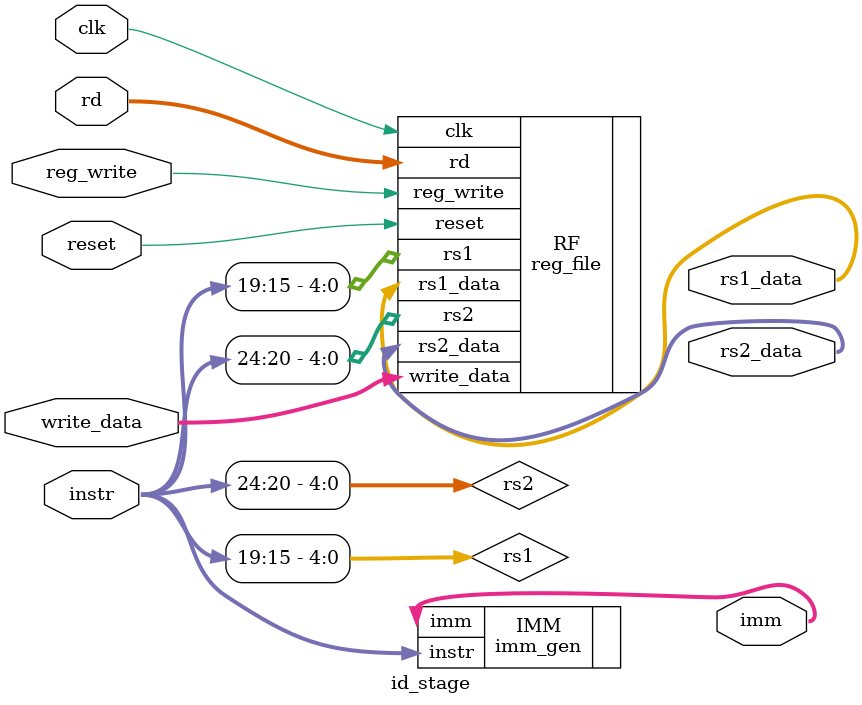
<source format=v>
module id_stage(
    input clk,
    input reset,
    input [31:0] instr,
    input reg_write,
    input [4:0] rd,
    input [31:0] write_data,
    output [31:0] rs1_data,
    output [31:0] rs2_data,
    output [31:0] imm
);

    wire [4:0] rs1 = instr[19:15];
    wire [4:0] rs2 = instr[24:20];

    reg_file RF (
        .clk(clk),
        .reset(reset),
        .rs1(rs1),
        .rs2(rs2),
        .rd(rd),
        .write_data(write_data),  // ✅ Corrected
        .reg_write(reg_write),
        .rs1_data(rs1_data),
        .rs2_data(rs2_data)
    );

    imm_gen IMM (
        .instr(instr),
        .imm(imm)  // ✅ Corrected
    );

endmodule

</source>
